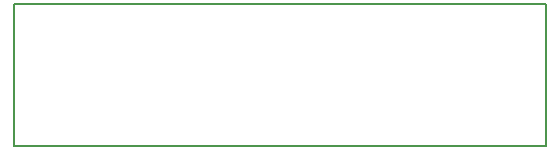
<source format=gbr>
G04 #@! TF.FileFunction,Profile,NP*
%FSLAX46Y46*%
G04 Gerber Fmt 4.6, Leading zero omitted, Abs format (unit mm)*
G04 Created by KiCad (PCBNEW 4.0.2-stable) date Mon Jul  4 17:55:20 2016*
%MOMM*%
G01*
G04 APERTURE LIST*
%ADD10C,0.100000*%
%ADD11C,0.150000*%
G04 APERTURE END LIST*
D10*
D11*
X176000000Y-99000000D02*
X131000000Y-99000000D01*
X176000000Y-111000000D02*
X176000000Y-99000000D01*
X131000000Y-111000000D02*
X176000000Y-111000000D01*
X131000000Y-99000000D02*
X131000000Y-111000000D01*
M02*

</source>
